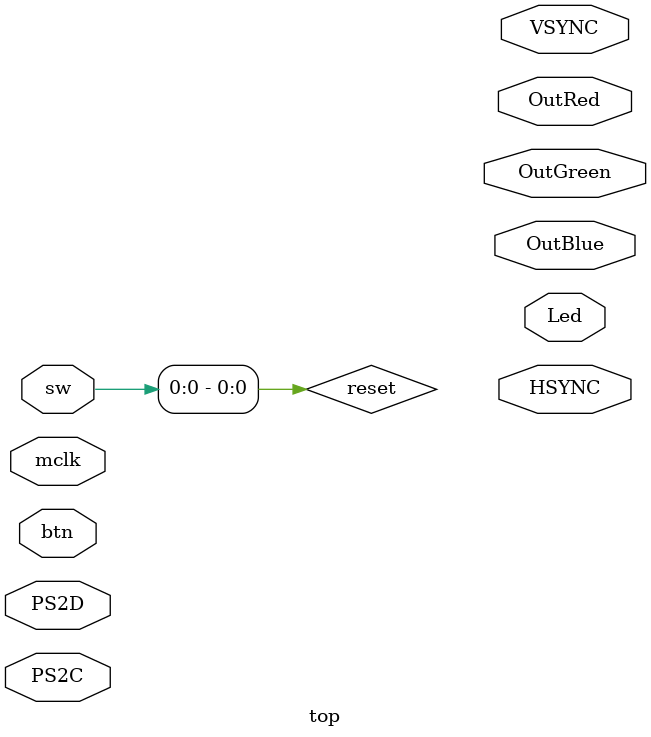
<source format=v>
`timescale 1ns / 1ps
module top(
		input mclk,
		input [7:0] sw, 			// Switches
		input [3:0] btn,			// Buttons
		input PS2C, PS2D,
		
		/*output [6:0] seg,			// Display
		output dp,
		output [3:0] an,*/
		
		output [7:0] Led,
		output HSYNC, VSYNC,
		output [2:0] OutRed, OutGreen, OutBlue
		);
		
		localparam right = 0, up = 1, left = 2, down = 3;
		localparam H = 32, V = 32;
		
		function integer logb2;
			input integer n;
			begin
				n = n-1;
			for(logb2=0; n>0; logb2=logb2 + 1)
				n = n>>1;
			end
		endfunction
		
		wire reset = sw[0];
		
		reg [1:0] move;
		
		always @(posedge mclk) begin
			if(btn < 2)
				move <= right;
			else if(btn < 4)
				move <= left;
			else if(btn < 8)
				move <= up;
			else
				move <= down;
		end
		
		wire [(logb2(H)-1):0] x_snake;
		wire [(logb2(V)-1):0] y_snake;
		wire exists;
		wire game_over;

		snake #(H, V) snake_i  ( mclk, reset, |btn, 0, move, x_snake, y_snake, exists, game_over);


endmodule

</source>
